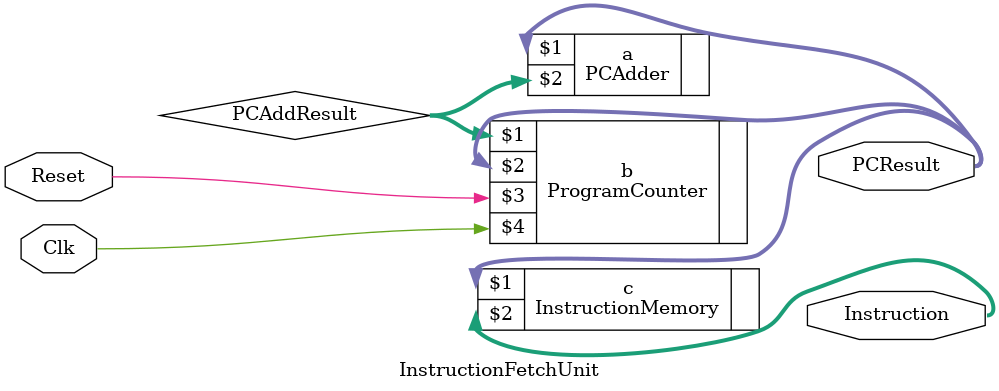
<source format=v>
`timescale 1ns / 1ps


module InstructionFetchUnit(Instruction, PCResult, Reset, Clk);
    input Clk, Reset;
    output [31:0] Instruction, PCResult;
    /* Please fill in the implementation here... */
    
    wire [31:0] PCAddResult;
    
    
    ProgramCounter b(PCAddResult, PCResult, Reset, Clk);
    InstructionMemory c(PCResult, Instruction);
    PCAdder a(PCResult, PCAddResult);
    
endmodule


</source>
